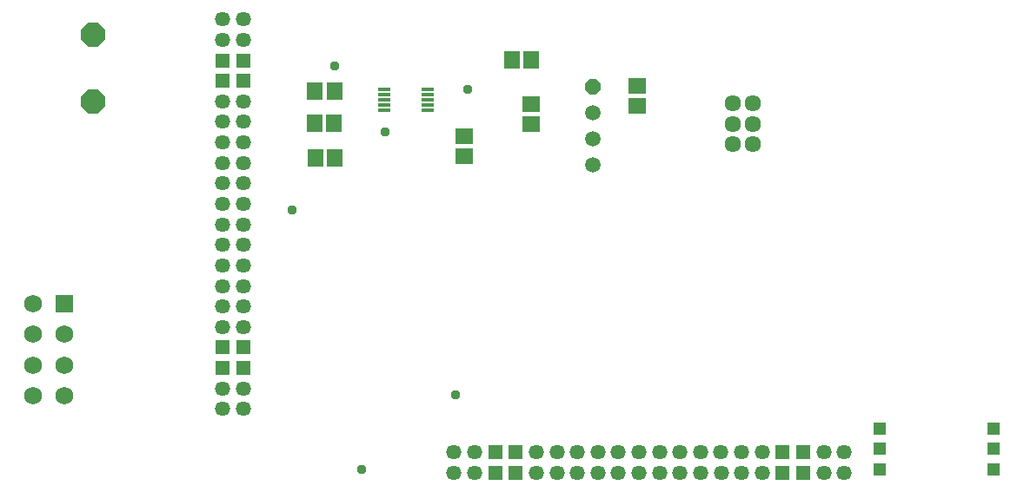
<source format=gbr>
G04 EAGLE Gerber RS-274X export*
G75*
%MOMM*%
%FSLAX34Y34*%
%LPD*%
%INSoldermask Top*%
%IPPOS*%
%AMOC8*
5,1,8,0,0,1.08239X$1,22.5*%
G01*
%ADD10R,1.461200X1.461200*%
%ADD11C,1.461200*%
%ADD12P,2.556822X8X112.500000*%
%ADD13C,1.733200*%
%ADD14R,1.733200X1.733200*%
%ADD15R,1.311200X1.311200*%
%ADD16R,1.203200X0.453200*%
%ADD17R,1.503200X1.703200*%
%ADD18R,1.703200X1.503200*%
%ADD19C,1.611200*%
%ADD20P,1.635708X8X292.500000*%
%ADD21C,1.511200*%
%ADD22C,0.959600*%


D10*
X770700Y51500D03*
X750700Y51500D03*
X770700Y31500D03*
X750700Y31500D03*
X490700Y51500D03*
X470600Y51400D03*
X490700Y31500D03*
X470700Y31600D03*
X225400Y153700D03*
X225400Y133700D03*
X205500Y133700D03*
X205500Y153700D03*
X205400Y413700D03*
X225300Y413800D03*
X205400Y433600D03*
X225600Y433700D03*
D11*
X810700Y51400D03*
X790600Y51500D03*
X810600Y31500D03*
X790700Y31600D03*
X730600Y51400D03*
X730700Y31400D03*
X710600Y51400D03*
X710700Y31400D03*
X690700Y31400D03*
X690600Y51400D03*
X670600Y51400D03*
X670500Y31400D03*
X650600Y51500D03*
X650700Y31400D03*
X630700Y51400D03*
X630600Y31500D03*
X610600Y51400D03*
X610700Y31400D03*
X590600Y51500D03*
X590600Y31500D03*
X570600Y51500D03*
X570600Y31400D03*
X550700Y51500D03*
X550700Y31400D03*
X530700Y51500D03*
X530700Y31400D03*
X510600Y51500D03*
X510600Y31400D03*
X450700Y51500D03*
X450700Y31400D03*
X430600Y51500D03*
X430600Y31400D03*
X225400Y113800D03*
X225400Y93700D03*
X205300Y113800D03*
X205300Y93700D03*
X225400Y193800D03*
X225400Y173700D03*
X205300Y193800D03*
X205300Y173700D03*
X225300Y233800D03*
X225300Y213700D03*
X205200Y233800D03*
X205200Y213700D03*
X225300Y273800D03*
X225300Y253700D03*
X205200Y273800D03*
X205200Y253700D03*
X225400Y313800D03*
X225400Y293700D03*
X205300Y313800D03*
X205300Y293700D03*
X225400Y353800D03*
X225400Y333700D03*
X205300Y353800D03*
X205300Y333700D03*
X225400Y393900D03*
X225400Y373800D03*
X205300Y393900D03*
X205300Y373800D03*
X225400Y473800D03*
X225400Y453700D03*
X205300Y473800D03*
X205300Y453700D03*
D12*
X79000Y393488D03*
X79000Y458512D03*
D13*
X50800Y166500D03*
X20800Y166500D03*
X50800Y136500D03*
X20800Y136500D03*
D14*
X50800Y196500D03*
D13*
X50800Y106500D03*
X20800Y196500D03*
X20800Y106500D03*
D15*
X844900Y34800D03*
X844900Y54800D03*
X844900Y74800D03*
X955700Y74800D03*
X955700Y54800D03*
X955700Y34800D03*
D16*
X405131Y385500D03*
X405131Y390500D03*
X405131Y395500D03*
X405131Y400500D03*
X405131Y405500D03*
X362869Y405500D03*
X362869Y400500D03*
X362869Y395500D03*
X362869Y390500D03*
X362869Y385500D03*
D17*
X314500Y338500D03*
X295500Y338500D03*
X294500Y372500D03*
X313500Y372500D03*
X295000Y403500D03*
X314000Y403500D03*
D18*
X440500Y359500D03*
X440500Y340500D03*
D17*
X506000Y434500D03*
X487000Y434500D03*
D18*
X506000Y391000D03*
X506000Y372000D03*
D19*
X702000Y392000D03*
X722000Y392000D03*
X702000Y372000D03*
X722000Y372000D03*
X702000Y352000D03*
X722000Y352000D03*
D20*
X566000Y408100D03*
D21*
X566000Y382700D03*
X566000Y357300D03*
X566000Y331900D03*
D18*
X609000Y408500D03*
X609000Y389500D03*
D22*
X272500Y288000D03*
X314500Y428000D03*
X443500Y405500D03*
X363500Y364000D03*
X432200Y107400D03*
X341000Y34500D03*
M02*

</source>
